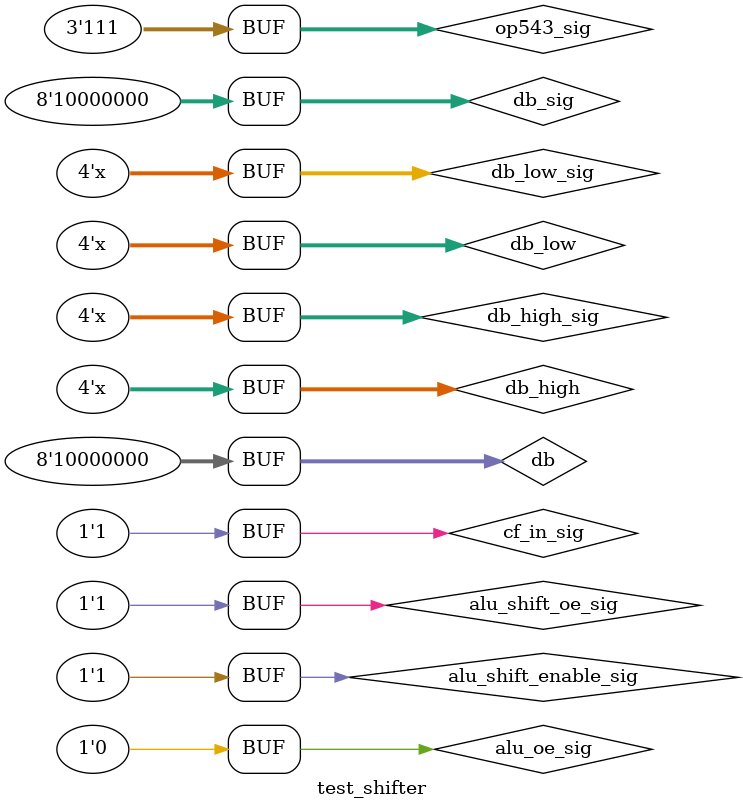
<source format=sv>
`timescale 100 ps/ 100 ps
module test_shifter;

// ----------------- BUSSES -----------------
// We have 2 (well, 3) bi-directional buses:
// To the outside, there is the main ALU bus
reg  [7:0] db;              // Drive it using this bus
wire [7:0] db_sig;          // Read it using this bus

// Inside the ALU, there are high and low 4-bit buses
reg  [3:0] db_high;         // Drive it using this bus
wire [3:0] db_high_sig;     // Read it using this bus

reg  [3:0] db_low;          // Drive it using this bus
wire [3:0] db_low_sig;      // Read it using this bus

// ----------------- INPUT -----------------
reg [2:0] op543_sig;        // Select input bit shifter operation
reg cf_in_sig;              // Carry bit into the shifter
reg alu_shift_enable_sig;   // Enable input shift
reg alu_shift_oe_sig;       // Write shifted bit into the internal ALU bus

reg alu_oe_sig;             // ALU enable writing to the public bus

// ----------------- OUTPUT -----------------
wire cf_out_sig;            // Carry bit after the input shifting

initial begin
    db = 8'h00;
    db_high = 4'h0;
    db_low  = 4'h0;
    op543_sig[2:0] = 3'h0;
    cf_in_sig = 0;
    alu_shift_enable_sig = 0;
    alu_shift_oe_sig = 0;
    alu_oe_sig = 0;

    //------------------------------------------------------------
    // Test ALU output drivers
    #1  db = 'z;
        db_high = 4'h8;
        db_low  = 4'h3;
        alu_oe_sig = 1;         // Expect db = 83

    //------------------------------------------------------------
    // Test input to ALU internal bus with no shifting
    #1  db = 8'h55;             // 0101 0101
        db_high = 'z;
        db_low  = 'z;
        alu_oe_sig = 0;
        alu_shift_oe_sig = 1;   // Expect 5 5

    // Start shifting tests...
    // 000 RLC -> old D7
    // 001 RRC -> old D0
    // 010 RL  -> CF
    // 011 RR  -> CF
    // 100 SLA -> 0
    // 101 SRA -> D7
    // 110 SLL -> 1
    // 111 SRL -> 0
    #1  alu_shift_enable_sig = 1;
        cf_in_sig = 0;          // Using CF = 0
        op543_sig[2:0] = 3'h0;  // 000 RLC -> old D7    : aa
    #1  op543_sig[2:0] = 3'h1;  // 001 RRC -> old D0    : aa
    #1  op543_sig[2:0] = 3'h2;  // 010 RL  -> CF        : aa
    #1  op543_sig[2:0] = 3'h3;  // 011 RR  -> CF        : 2a
    #1  op543_sig[2:0] = 3'h4;  // 100 SLA -> 0         : aa
    #1  op543_sig[2:0] = 3'h5;  // 101 SRA -> D7        : 2a
    #1  op543_sig[2:0] = 3'h6;  // 110 SLL -> 1         : ab
    #1  op543_sig[2:0] = 3'h7;  // 111 SRL -> 0         : 2a

    #1  cf_in_sig = 1;          // Using CF = 1
        op543_sig[2:0] = 3'h0;  // 000 RLC -> old D7    : aa
    #1  op543_sig[2:0] = 3'h1;  // 001 RRC -> old D0    : aa
    #1  op543_sig[2:0] = 3'h2;  // 010 RL  -> CF        : ab
    #1  op543_sig[2:0] = 3'h3;  // 011 RR  -> CF        : aa
    #1  op543_sig[2:0] = 3'h4;  // 100 SLA -> 0         : aa
    #1  op543_sig[2:0] = 3'h5;  // 101 SRA -> D7        : 2a
    #1  op543_sig[2:0] = 3'h6;  // 110 SLL -> 1         : ab
    #1  op543_sig[2:0] = 3'h7;  // 111 SRL -> 0         : 2a

    #1  db = 8'h01;             // 0000 0001
        cf_in_sig = 0;          // Using CF = 0
        op543_sig[2:0] = 3'h0;  // 000 RLC -> old D7    : 02
    #1  op543_sig[2:0] = 3'h1;  // 001 RRC -> old D0    : 80
    #1  op543_sig[2:0] = 3'h2;  // 010 RL  -> CF        : 02
    #1  op543_sig[2:0] = 3'h3;  // 011 RR  -> CF        : 00
    #1  op543_sig[2:0] = 3'h4;  // 100 SLA -> 0         : 02
    #1  op543_sig[2:0] = 3'h5;  // 101 SRA -> D7        : 00
    #1  op543_sig[2:0] = 3'h6;  // 110 SLL -> 1         : 03
    #1  op543_sig[2:0] = 3'h7;  // 111 SRL -> 0         : 00

    #1  cf_in_sig = 1;          // Using CF = 1
        op543_sig[2:0] = 3'h0;  // 000 RLC -> old D7    : 02
    #1  op543_sig[2:0] = 3'h1;  // 001 RRC -> old D0    : 80
    #1  op543_sig[2:0] = 3'h2;  // 010 RL  -> CF        : 03
    #1  op543_sig[2:0] = 3'h3;  // 011 RR  -> CF        : 80
    #1  op543_sig[2:0] = 3'h4;  // 100 SLA -> 0         : 02
    #1  op543_sig[2:0] = 3'h5;  // 101 SRA -> D7        : 00
    #1  op543_sig[2:0] = 3'h6;  // 110 SLL -> 1         : 03
    #1  op543_sig[2:0] = 3'h7;  // 111 SRL -> 0         : 00

    #1  db = 8'h80;             // 1000 0000
        cf_in_sig = 0;          // Using CF = 0
        op543_sig[2:0] = 3'h0;  // 000 RLC -> old D7    : 01
    #1  op543_sig[2:0] = 3'h1;  // 001 RRC -> old D0    : 40
    #1  op543_sig[2:0] = 3'h2;  // 010 RL  -> CF        : 00
    #1  op543_sig[2:0] = 3'h3;  // 011 RR  -> CF        : 40
    #1  op543_sig[2:0] = 3'h4;  // 100 SLA -> 0         : 00
    #1  op543_sig[2:0] = 3'h5;  // 101 SRA -> D7        : c0
    #1  op543_sig[2:0] = 3'h6;  // 110 SLL -> 1         : 01
    #1  op543_sig[2:0] = 3'h7;  // 111 SRL -> 0         : 40

    #1  cf_in_sig = 1;          // Using CF = 1
        op543_sig[2:0] = 3'h0;  // 000 RLC -> old D7    : 01
    #1  op543_sig[2:0] = 3'h1;  // 001 RRC -> old D0    : 40
    #1  op543_sig[2:0] = 3'h2;  // 010 RL  -> CF        : 01
    #1  op543_sig[2:0] = 3'h3;  // 011 RR  -> CF        : c0
    #1  op543_sig[2:0] = 3'h4;  // 100 SLA -> 0         : 00
    #1  op543_sig[2:0] = 3'h5;  // 101 SRA -> D7        : c0
    #1  op543_sig[2:0] = 3'h6;  // 110 SLL -> 1         : 01
    #1  op543_sig[2:0] = 3'h7;  // 111 SRL -> 0         : 40

    #1 $display("End of test");
end

// Drive 3-state bidirectional buses with these statements
assign db_sig = db;             // Bus to the outside world

assign db_high_sig = db_high;   // Internal ALU bus
assign db_low_sig = db_low;     // Internal ALU bus

//--------------------------------------------------------------
// Instantiate ALU shifter input block
//--------------------------------------------------------------
alu_shifter alu_shifter_inst
(
	.op543(op543_sig) ,	// input [2:0] op543_sig
	.cf_in(cf_in_sig) ,	// input  cf_in_sig
	.alu_oe(alu_oe_sig) ,	// input  alu_oe_sig
	.alu_shift_enable(alu_shift_enable_sig) ,	// input  alu_shift_enable_sig
	.alu_shift_oe(alu_shift_oe_sig) ,	// input  alu_shift_oe_sig
	.cf_out(cf_out_sig) ,	// output  cf_out_sig
	.db(db_sig) ,	// inout [7:0] db_sig
	.db_high(db_high_sig) ,	// inout [3:0] db_high_sig
	.db_low(db_low_sig) 	// inout [3:0] db_low_sig
);

endmodule

</source>
